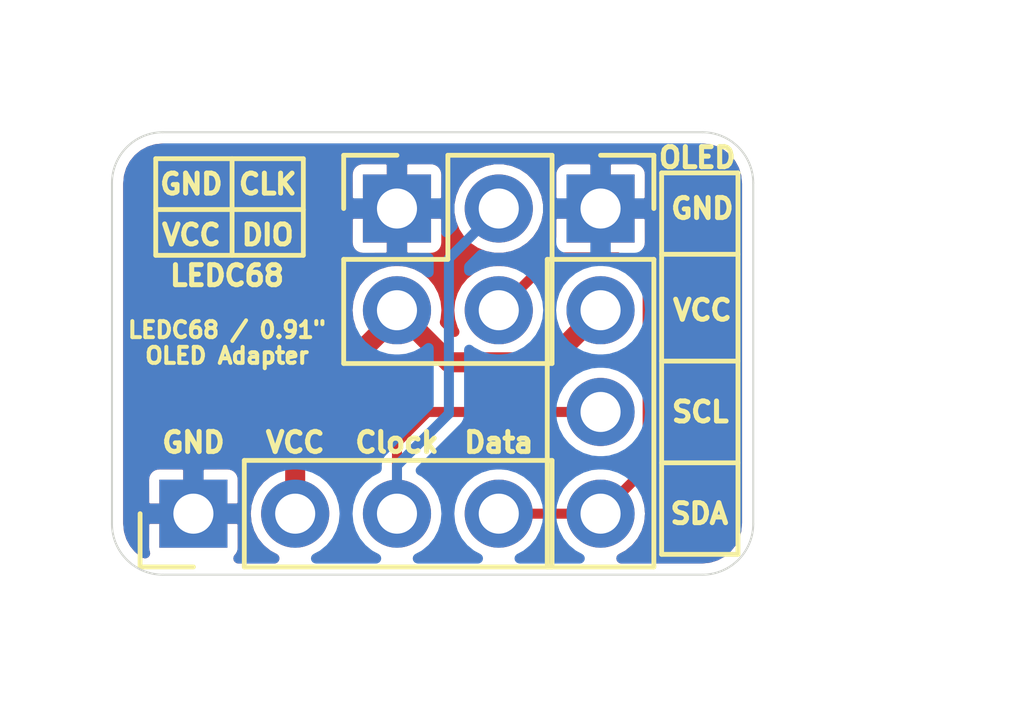
<source format=kicad_pcb>
(kicad_pcb (version 20171130) (host pcbnew "(5.1.2)-2")

  (general
    (thickness 1.6)
    (drawings 36)
    (tracks 22)
    (zones 0)
    (modules 3)
    (nets 5)
  )

  (page A4)
  (layers
    (0 F.Cu signal)
    (31 B.Cu signal)
    (32 B.Adhes user)
    (33 F.Adhes user)
    (34 B.Paste user)
    (35 F.Paste user)
    (36 B.SilkS user)
    (37 F.SilkS user)
    (38 B.Mask user)
    (39 F.Mask user)
    (40 Dwgs.User user)
    (41 Cmts.User user)
    (42 Eco1.User user)
    (43 Eco2.User user)
    (44 Edge.Cuts user)
    (45 Margin user)
    (46 B.CrtYd user)
    (47 F.CrtYd user)
    (48 B.Fab user)
    (49 F.Fab user hide)
  )

  (setup
    (last_trace_width 0.25)
    (trace_clearance 0.2)
    (zone_clearance 0.254)
    (zone_45_only no)
    (trace_min 0.2)
    (via_size 0.8)
    (via_drill 0.4)
    (via_min_size 0.4)
    (via_min_drill 0.3)
    (uvia_size 0.3)
    (uvia_drill 0.1)
    (uvias_allowed no)
    (uvia_min_size 0.2)
    (uvia_min_drill 0.1)
    (edge_width 0.05)
    (segment_width 0.2)
    (pcb_text_width 0.3)
    (pcb_text_size 1.5 1.5)
    (mod_edge_width 0.12)
    (mod_text_size 1 1)
    (mod_text_width 0.15)
    (pad_size 1.524 1.524)
    (pad_drill 0.762)
    (pad_to_mask_clearance 0.051)
    (solder_mask_min_width 0.25)
    (aux_axis_origin 0 0)
    (visible_elements 7FFFFFFF)
    (pcbplotparams
      (layerselection 0x010fc_ffffffff)
      (usegerberextensions false)
      (usegerberattributes false)
      (usegerberadvancedattributes false)
      (creategerberjobfile false)
      (excludeedgelayer true)
      (linewidth 0.100000)
      (plotframeref false)
      (viasonmask false)
      (mode 1)
      (useauxorigin false)
      (hpglpennumber 1)
      (hpglpenspeed 20)
      (hpglpendiameter 15.000000)
      (psnegative false)
      (psa4output false)
      (plotreference true)
      (plotvalue true)
      (plotinvisibletext false)
      (padsonsilk false)
      (subtractmaskfromsilk false)
      (outputformat 1)
      (mirror false)
      (drillshape 0)
      (scaleselection 1)
      (outputdirectory "gerber"))
  )

  (net 0 "")
  (net 1 GND)
  (net 2 /CLK)
  (net 3 /DIO)
  (net 4 VCC)

  (net_class Default "This is the default net class."
    (clearance 0.2)
    (trace_width 0.25)
    (via_dia 0.8)
    (via_drill 0.4)
    (uvia_dia 0.3)
    (uvia_drill 0.1)
    (add_net /CLK)
    (add_net /DIO)
    (add_net GND)
  )

  (net_class VCC ""
    (clearance 0.2)
    (trace_width 0.5)
    (via_dia 0.8)
    (via_drill 0.4)
    (uvia_dia 0.3)
    (uvia_drill 0.1)
    (add_net VCC)
  )

  (module Connector_PinSocket_2.54mm:PinSocket_2x02_P2.54mm_Vertical (layer F.Cu) (tedit 5FEB5726) (tstamp 5FEB7805)
    (at 83.82 30.48)
    (descr "Through hole straight socket strip, 2x02, 2.54mm pitch, double cols (from Kicad 4.0.7), script generated")
    (tags "Through hole socket strip THT 2x02 2.54mm double row")
    (path /5FECC46E)
    (fp_text reference J2 (at -2.667 2.921) (layer F.SilkS) hide
      (effects (font (size 1 1) (thickness 0.15)))
    )
    (fp_text value Conn_02x04_Odd_Even (at -1.27 5.31) (layer F.Fab)
      (effects (font (size 1 1) (thickness 0.15)))
    )
    (fp_text user %R (at 1.27 1.27 90) (layer F.Fab)
      (effects (font (size 1 1) (thickness 0.15)))
    )
    (fp_line (start -1.8 4.3) (end -1.8 -1.8) (layer F.CrtYd) (width 0.05))
    (fp_line (start 4.3 4.3) (end -1.8 4.3) (layer F.CrtYd) (width 0.05))
    (fp_line (start 4.3 -1.8) (end 4.3 4.3) (layer F.CrtYd) (width 0.05))
    (fp_line (start -1.8 -1.8) (end 4.3 -1.8) (layer F.CrtYd) (width 0.05))
    (fp_line (start -1.33 -1.33) (end 0 -1.33) (layer F.SilkS) (width 0.12))
    (fp_line (start -1.33 -1.33) (end -1.33 0) (layer F.SilkS) (width 0.12))
    (fp_line (start 1.27 -1.33) (end 1.27 1.27) (layer F.SilkS) (width 0.12))
    (fp_line (start -1.33 1.27) (end 1.27 1.27) (layer F.SilkS) (width 0.12))
    (fp_line (start 3.87 -1.33) (end 3.87 3.87) (layer F.SilkS) (width 0.12))
    (fp_line (start -1.33 3.87) (end 3.87 3.87) (layer F.SilkS) (width 0.12))
    (fp_line (start -1.33 1.27) (end -1.33 3.87) (layer F.SilkS) (width 0.12))
    (fp_line (start 1.27 -1.33) (end 3.87 -1.33) (layer F.SilkS) (width 0.12))
    (fp_line (start -1.27 3.81) (end -1.27 -0.254) (layer F.Fab) (width 0.1))
    (fp_line (start 3.81 3.81) (end -1.27 3.81) (layer F.Fab) (width 0.1))
    (fp_line (start 3.81 -1.27) (end 3.81 3.81) (layer F.Fab) (width 0.1))
    (fp_line (start -1.254 -0.27) (end -0.254 -1.27) (layer F.Fab) (width 0.1))
    (fp_line (start -0.254 -1.27) (end 3.81 -1.27) (layer F.Fab) (width 0.1))
    (pad 2 thru_hole oval (at 0 2.54) (size 1.7 1.7) (drill 1) (layers *.Cu *.Mask)
      (net 4 VCC))
    (pad 4 thru_hole oval (at 2.54 2.54) (size 1.7 1.7) (drill 1) (layers *.Cu *.Mask)
      (net 3 /DIO))
    (pad 1 thru_hole rect (at 0 0) (size 1.7 1.7) (drill 1) (layers *.Cu *.Mask)
      (net 1 GND))
    (pad 3 thru_hole circle (at 2.54 0) (size 1.7 1.7) (drill 1) (layers *.Cu *.Mask)
      (net 2 /CLK))
    (model ${KISYS3DMOD}/Connector_PinSocket_2.54mm.3dshapes/PinSocket_2x02_P2.54mm_Vertical.wrl
      (offset (xyz 2.5 0 0))
      (scale (xyz 1 1 1))
      (rotate (xyz 0 0 0))
    )
  )

  (module Connector_PinSocket_2.54mm:PinSocket_1x04_P2.54mm_Vertical (layer F.Cu) (tedit 5A19A429) (tstamp 5FEB77EB)
    (at 88.9 30.48)
    (descr "Through hole straight socket strip, 1x04, 2.54mm pitch, single row (from Kicad 4.0.7), script generated")
    (tags "Through hole socket strip THT 1x04 2.54mm single row")
    (path /5FE72F78)
    (fp_text reference J1 (at 0.127 -3.048) (layer F.SilkS) hide
      (effects (font (size 1 1) (thickness 0.15)))
    )
    (fp_text value Conn_01x04 (at 0 10.39) (layer F.Fab)
      (effects (font (size 1 1) (thickness 0.15)))
    )
    (fp_text user %R (at 0 3.81 90) (layer F.Fab)
      (effects (font (size 1 1) (thickness 0.15)))
    )
    (fp_line (start -1.8 9.4) (end -1.8 -1.8) (layer F.CrtYd) (width 0.05))
    (fp_line (start 1.75 9.4) (end -1.8 9.4) (layer F.CrtYd) (width 0.05))
    (fp_line (start 1.75 -1.8) (end 1.75 9.4) (layer F.CrtYd) (width 0.05))
    (fp_line (start -1.8 -1.8) (end 1.75 -1.8) (layer F.CrtYd) (width 0.05))
    (fp_line (start 0 -1.33) (end 1.33 -1.33) (layer F.SilkS) (width 0.12))
    (fp_line (start 1.33 -1.33) (end 1.33 0) (layer F.SilkS) (width 0.12))
    (fp_line (start 1.33 1.27) (end 1.33 8.95) (layer F.SilkS) (width 0.12))
    (fp_line (start -1.33 8.95) (end 1.33 8.95) (layer F.SilkS) (width 0.12))
    (fp_line (start -1.33 1.27) (end -1.33 8.95) (layer F.SilkS) (width 0.12))
    (fp_line (start -1.33 1.27) (end 1.33 1.27) (layer F.SilkS) (width 0.12))
    (fp_line (start -1.27 8.89) (end -1.27 -1.27) (layer F.Fab) (width 0.1))
    (fp_line (start 1.27 8.89) (end -1.27 8.89) (layer F.Fab) (width 0.1))
    (fp_line (start 1.27 -0.635) (end 1.27 8.89) (layer F.Fab) (width 0.1))
    (fp_line (start 0.635 -1.27) (end 1.27 -0.635) (layer F.Fab) (width 0.1))
    (fp_line (start -1.27 -1.27) (end 0.635 -1.27) (layer F.Fab) (width 0.1))
    (pad 4 thru_hole oval (at 0 7.62) (size 1.7 1.7) (drill 1) (layers *.Cu *.Mask)
      (net 3 /DIO))
    (pad 3 thru_hole oval (at 0 5.08) (size 1.7 1.7) (drill 1) (layers *.Cu *.Mask)
      (net 2 /CLK))
    (pad 2 thru_hole oval (at 0 2.54) (size 1.7 1.7) (drill 1) (layers *.Cu *.Mask)
      (net 4 VCC))
    (pad 1 thru_hole rect (at 0 0) (size 1.7 1.7) (drill 1) (layers *.Cu *.Mask)
      (net 1 GND))
    (model ${KISYS3DMOD}/Connector_PinSocket_2.54mm.3dshapes/PinSocket_1x04_P2.54mm_Vertical.wrl
      (at (xyz 0 0 0))
      (scale (xyz 1 1 1))
      (rotate (xyz 0 0 0))
    )
    (model ${KISYS3DMOD}/oled-0-91-128x32-1.snapshot.1/OLED_0.91_128x32.stp
      (offset (xyz -17.5 -4 9.5))
      (scale (xyz 1 1 1))
      (rotate (xyz 0 0 180))
    )
  )

  (module Connector_PinHeader_2.54mm:PinHeader_1x04_P2.54mm_Vertical (layer F.Cu) (tedit 59FED5CC) (tstamp 5FEB0863)
    (at 78.74 38.1 90)
    (descr "Through hole straight pin header, 1x04, 2.54mm pitch, single row")
    (tags "Through hole pin header THT 1x04 2.54mm single row")
    (path /5FEB5A9C)
    (fp_text reference J3 (at 2.921 0.127 180) (layer F.SilkS) hide
      (effects (font (size 1 1) (thickness 0.15)))
    )
    (fp_text value Conn_01x04_Male (at 0 9.95 90) (layer F.Fab)
      (effects (font (size 1 1) (thickness 0.15)))
    )
    (fp_text user %R (at 0 3.81) (layer F.Fab)
      (effects (font (size 1 1) (thickness 0.15)))
    )
    (fp_line (start 1.8 -1.8) (end -1.8 -1.8) (layer F.CrtYd) (width 0.05))
    (fp_line (start 1.8 9.4) (end 1.8 -1.8) (layer F.CrtYd) (width 0.05))
    (fp_line (start -1.8 9.4) (end 1.8 9.4) (layer F.CrtYd) (width 0.05))
    (fp_line (start -1.8 -1.8) (end -1.8 9.4) (layer F.CrtYd) (width 0.05))
    (fp_line (start -1.33 -1.33) (end 0 -1.33) (layer F.SilkS) (width 0.12))
    (fp_line (start -1.33 0) (end -1.33 -1.33) (layer F.SilkS) (width 0.12))
    (fp_line (start -1.33 1.27) (end 1.33 1.27) (layer F.SilkS) (width 0.12))
    (fp_line (start 1.33 1.27) (end 1.33 8.95) (layer F.SilkS) (width 0.12))
    (fp_line (start -1.33 1.27) (end -1.33 8.95) (layer F.SilkS) (width 0.12))
    (fp_line (start -1.33 8.95) (end 1.33 8.95) (layer F.SilkS) (width 0.12))
    (fp_line (start -1.27 -0.635) (end -0.635 -1.27) (layer F.Fab) (width 0.1))
    (fp_line (start -1.27 8.89) (end -1.27 -0.635) (layer F.Fab) (width 0.1))
    (fp_line (start 1.27 8.89) (end -1.27 8.89) (layer F.Fab) (width 0.1))
    (fp_line (start 1.27 -1.27) (end 1.27 8.89) (layer F.Fab) (width 0.1))
    (fp_line (start -0.635 -1.27) (end 1.27 -1.27) (layer F.Fab) (width 0.1))
    (pad 4 thru_hole oval (at 0 7.62 90) (size 1.7 1.7) (drill 1) (layers *.Cu *.Mask)
      (net 3 /DIO))
    (pad 3 thru_hole oval (at 0 5.08 90) (size 1.7 1.7) (drill 1) (layers *.Cu *.Mask)
      (net 2 /CLK))
    (pad 2 thru_hole oval (at 0 2.54 90) (size 1.7 1.7) (drill 1) (layers *.Cu *.Mask)
      (net 4 VCC))
    (pad 1 thru_hole rect (at 0 0 90) (size 1.7 1.7) (drill 1) (layers *.Cu *.Mask)
      (net 1 GND))
    (model ${KISYS3DMOD}/Connector_PinHeader_2.54mm.3dshapes/PinHeader_1x04_P2.54mm_Horizontal.wrl
      (offset (xyz 0 -7.5 0))
      (scale (xyz 1 1 1))
      (rotate (xyz 0 0 180))
    )
  )

  (gr_line (start 90.424 36.83) (end 92.329 36.83) (layer F.SilkS) (width 0.12))
  (gr_line (start 90.424 34.29) (end 92.329 34.29) (layer F.SilkS) (width 0.12))
  (gr_line (start 90.424 31.623) (end 92.329 31.623) (layer F.SilkS) (width 0.12))
  (gr_line (start 90.424 39.116) (end 90.424 29.591) (layer F.SilkS) (width 0.12) (tstamp 5FEB830F))
  (gr_line (start 92.329 39.116) (end 90.424 39.116) (layer F.SilkS) (width 0.12))
  (gr_line (start 92.329 29.591) (end 92.329 39.116) (layer F.SilkS) (width 0.12))
  (gr_line (start 90.424 29.591) (end 92.329 29.591) (layer F.SilkS) (width 0.12))
  (gr_text OLED (at 91.313 29.21) (layer F.SilkS) (tstamp 5FEB8309)
    (effects (font (size 0.5 0.5) (thickness 0.125)))
  )
  (gr_text LEDC68 (at 79.5782 32.1564) (layer F.SilkS) (tstamp 5FEB8303)
    (effects (font (size 0.5 0.5) (thickness 0.125)))
  )
  (gr_line (start 81.4832 29.2354) (end 77.8002 29.2354) (layer F.SilkS) (width 0.12) (tstamp 5FEB828D))
  (gr_line (start 81.4832 31.6484) (end 81.4832 29.2354) (layer F.SilkS) (width 0.12))
  (gr_line (start 77.8002 31.6484) (end 81.4832 31.6484) (layer F.SilkS) (width 0.12))
  (gr_line (start 77.8002 29.2354) (end 77.8002 31.6484) (layer F.SilkS) (width 0.12))
  (gr_line (start 77.8002 30.5054) (end 81.4832 30.5054) (layer F.SilkS) (width 0.12))
  (gr_line (start 79.7052 29.2354) (end 79.7052 31.6484) (layer F.SilkS) (width 0.12))
  (gr_text Data (at 86.36 36.322) (layer F.SilkS) (tstamp 5FEB8266)
    (effects (font (size 0.5 0.5) (thickness 0.125)))
  )
  (gr_text Clock (at 83.82 36.322) (layer F.SilkS) (tstamp 5FEB8262)
    (effects (font (size 0.5 0.5) (thickness 0.125)))
  )
  (gr_text GND (at 78.74 36.322) (layer F.SilkS) (tstamp 5FEB825F)
    (effects (font (size 0.5 0.5) (thickness 0.125)))
  )
  (gr_text VCC (at 81.28 36.322) (layer F.SilkS) (tstamp 5FEB825C)
    (effects (font (size 0.5 0.5) (thickness 0.125)))
  )
  (gr_text VCC (at 91.44 33.02) (layer F.SilkS) (tstamp 5FEB80FB)
    (effects (font (size 0.5 0.5) (thickness 0.125)))
  )
  (gr_text GND (at 91.44 30.48) (layer F.SilkS) (tstamp 5FEB80F6)
    (effects (font (size 0.5 0.5) (thickness 0.125)))
  )
  (gr_text "LEDC68 / 0.91\"\nOLED Adapter" (at 79.5782 33.8328) (layer F.SilkS) (tstamp 5FEB75D4)
    (effects (font (size 0.4 0.4) (thickness 0.1)))
  )
  (gr_arc (start 77.978 38.354) (end 76.708 38.354) (angle -90) (layer Edge.Cuts) (width 0.05) (tstamp 5FEB742A))
  (gr_arc (start 91.44 38.354) (end 91.44 39.624) (angle -90) (layer Edge.Cuts) (width 0.05) (tstamp 5FEB741F))
  (gr_arc (start 91.44 29.845) (end 92.71 29.845) (angle -90) (layer Edge.Cuts) (width 0.05) (tstamp 5FEB7414))
  (gr_arc (start 77.978 29.845) (end 77.978 28.575) (angle -90) (layer Edge.Cuts) (width 0.05))
  (gr_text DIO (at 80.5942 31.1404) (layer F.SilkS) (tstamp 5FEB025D)
    (effects (font (size 0.5 0.5) (thickness 0.125)))
  )
  (gr_text CLK (at 80.5942 29.8704) (layer F.SilkS) (tstamp 5FEB0259)
    (effects (font (size 0.5 0.5) (thickness 0.125)))
  )
  (gr_text SDA (at 91.3638 38.1) (layer F.SilkS) (tstamp 5FEB0254)
    (effects (font (size 0.5 0.5) (thickness 0.125)))
  )
  (gr_text SCL (at 91.3892 35.56) (layer F.SilkS) (tstamp 5FEB0238)
    (effects (font (size 0.5 0.5) (thickness 0.125)))
  )
  (gr_text VCC (at 78.6892 31.1404) (layer F.SilkS) (tstamp 5FEB0235)
    (effects (font (size 0.5 0.5) (thickness 0.125)))
  )
  (gr_text GND (at 78.6892 29.8704) (layer F.SilkS)
    (effects (font (size 0.5 0.5) (thickness 0.125)))
  )
  (gr_line (start 77.978 39.624) (end 91.44 39.624) (layer Edge.Cuts) (width 0.05) (tstamp 5FEB0087))
  (gr_line (start 91.44 28.575) (end 77.978 28.575) (layer Edge.Cuts) (width 0.05) (tstamp 5FE275DB))
  (gr_line (start 92.71 38.354) (end 92.71 29.845) (layer Edge.Cuts) (width 0.05))
  (gr_line (start 76.708 29.845) (end 76.708 38.354) (layer Edge.Cuts) (width 0.05))

  (segment (start 83.82 36.322) (end 83.82 38.1) (width 0.25) (layer F.Cu) (net 2))
  (segment (start 88.9 35.56) (end 84.582 35.56) (width 0.25) (layer F.Cu) (net 2))
  (segment (start 84.582 35.56) (end 83.82 36.322) (width 0.25) (layer F.Cu) (net 2))
  (segment (start 85.510001 31.329999) (end 86.36 30.48) (width 0.25) (layer B.Cu) (net 2))
  (segment (start 85.1154 31.7246) (end 85.510001 31.329999) (width 0.25) (layer B.Cu) (net 2))
  (segment (start 85.1154 35.602519) (end 85.1154 31.7246) (width 0.25) (layer B.Cu) (net 2))
  (segment (start 83.82 38.1) (end 83.82 36.897919) (width 0.25) (layer B.Cu) (net 2))
  (segment (start 83.82 36.897919) (end 85.1154 35.602519) (width 0.25) (layer B.Cu) (net 2))
  (segment (start 87.697919 38.1) (end 86.36 38.1) (width 0.25) (layer F.Cu) (net 3))
  (segment (start 88.9 38.1) (end 87.697919 38.1) (width 0.25) (layer F.Cu) (net 3))
  (segment (start 87.209999 32.170001) (end 86.36 33.02) (width 0.25) (layer F.Cu) (net 3))
  (segment (start 87.6808 31.6992) (end 87.209999 32.170001) (width 0.25) (layer F.Cu) (net 3))
  (segment (start 89.318202 31.6992) (end 87.6808 31.6992) (width 0.25) (layer F.Cu) (net 3))
  (segment (start 90.075001 32.455999) (end 89.318202 31.6992) (width 0.25) (layer F.Cu) (net 3))
  (segment (start 88.9 38.1) (end 90.075001 36.924999) (width 0.25) (layer F.Cu) (net 3))
  (segment (start 90.075001 36.924999) (end 90.075001 32.455999) (width 0.25) (layer F.Cu) (net 3))
  (segment (start 81.28 35.687) (end 81.28 38.1) (width 0.5) (layer F.Cu) (net 4))
  (segment (start 83.947 33.02) (end 81.28 35.687) (width 0.5) (layer F.Cu) (net 4))
  (segment (start 88.050001 33.869999) (end 88.9 33.02) (width 0.5) (layer F.Cu) (net 4))
  (segment (start 83.82 33.02) (end 85.120001 34.320001) (width 0.5) (layer F.Cu) (net 4))
  (segment (start 85.120001 34.320001) (end 87.599999 34.320001) (width 0.5) (layer F.Cu) (net 4))
  (segment (start 87.599999 34.320001) (end 88.050001 33.869999) (width 0.5) (layer F.Cu) (net 4))

  (zone (net 1) (net_name GND) (layer F.Cu) (tstamp 5FEB5D4C) (hatch edge 0.508)
    (connect_pads (clearance 0.254))
    (min_thickness 0.254)
    (fill yes (arc_segments 32) (thermal_gap 0.254) (thermal_bridge_width 0.508))
    (polygon
      (pts
        (xy 75.184 26.9875) (xy 97.4725 26.8605) (xy 97.50425 41.402) (xy 75.21575 41.529)
      )
    )
    (filled_polygon
      (pts
        (xy 91.607441 28.999364) (xy 91.768501 29.047992) (xy 91.917054 29.126979) (xy 92.04743 29.23331) (xy 92.154674 29.362946)
        (xy 92.234695 29.510942) (xy 92.284446 29.671661) (xy 92.304001 29.857716) (xy 92.304 38.334146) (xy 92.285636 38.521441)
        (xy 92.237008 38.682503) (xy 92.158023 38.831051) (xy 92.051689 38.96143) (xy 91.922054 39.068674) (xy 91.774058 39.148695)
        (xy 91.613339 39.198446) (xy 91.427293 39.218) (xy 89.419757 39.218) (xy 89.587216 39.128491) (xy 89.77466 38.97466)
        (xy 89.928491 38.787216) (xy 90.042798 38.573363) (xy 90.113188 38.341318) (xy 90.136956 38.1) (xy 90.113188 37.858682)
        (xy 90.053541 37.662051) (xy 90.415221 37.300371) (xy 90.434528 37.284526) (xy 90.49776 37.207478) (xy 90.544746 37.119574)
        (xy 90.573679 37.024192) (xy 90.581001 36.949853) (xy 90.581001 36.949846) (xy 90.583448 36.925) (xy 90.581001 36.900154)
        (xy 90.581001 32.480844) (xy 90.583448 32.455998) (xy 90.581001 32.431152) (xy 90.581001 32.431145) (xy 90.573679 32.356806)
        (xy 90.544746 32.261424) (xy 90.49776 32.17352) (xy 90.434528 32.096472) (xy 90.415221 32.080627) (xy 89.973801 31.639208)
        (xy 90.020711 31.600711) (xy 90.068322 31.542696) (xy 90.103701 31.476508) (xy 90.125487 31.404689) (xy 90.132843 31.33)
        (xy 90.131 30.70225) (xy 90.03575 30.607) (xy 89.027 30.607) (xy 89.027 30.627) (xy 88.773 30.627)
        (xy 88.773 30.607) (xy 87.76425 30.607) (xy 87.669 30.70225) (xy 87.667562 31.192057) (xy 87.655953 31.1932)
        (xy 87.655946 31.1932) (xy 87.591494 31.199548) (xy 87.581606 31.200522) (xy 87.486225 31.229455) (xy 87.398321 31.276441)
        (xy 87.321273 31.339673) (xy 87.305428 31.35898) (xy 86.869782 31.794627) (xy 86.869777 31.794631) (xy 86.797949 31.866459)
        (xy 86.601318 31.806812) (xy 86.420472 31.789) (xy 86.299528 31.789) (xy 86.118682 31.806812) (xy 85.886637 31.877202)
        (xy 85.672784 31.991509) (xy 85.48534 32.14534) (xy 85.331509 32.332784) (xy 85.217202 32.546637) (xy 85.146812 32.778682)
        (xy 85.123044 33.02) (xy 85.146812 33.261318) (xy 85.217202 33.493363) (xy 85.253339 33.56097) (xy 85.014685 33.322316)
        (xy 85.033188 33.261318) (xy 85.056956 33.02) (xy 85.033188 32.778682) (xy 84.962798 32.546637) (xy 84.848491 32.332784)
        (xy 84.69466 32.14534) (xy 84.507216 31.991509) (xy 84.293363 31.877202) (xy 84.061318 31.806812) (xy 83.880472 31.789)
        (xy 83.759528 31.789) (xy 83.578682 31.806812) (xy 83.346637 31.877202) (xy 83.132784 31.991509) (xy 82.94534 32.14534)
        (xy 82.791509 32.332784) (xy 82.677202 32.546637) (xy 82.606812 32.778682) (xy 82.583044 33.02) (xy 82.606812 33.261318)
        (xy 82.654874 33.419757) (xy 80.855737 35.218895) (xy 80.831657 35.238657) (xy 80.752804 35.33474) (xy 80.694211 35.444359)
        (xy 80.65813 35.563303) (xy 80.649 35.656003) (xy 80.649 35.65601) (xy 80.645948 35.687) (xy 80.649 35.717991)
        (xy 80.649001 37.041461) (xy 80.592784 37.071509) (xy 80.40534 37.22534) (xy 80.251509 37.412784) (xy 80.137202 37.626637)
        (xy 80.066812 37.858682) (xy 80.043044 38.1) (xy 80.066812 38.341318) (xy 80.137202 38.573363) (xy 80.251509 38.787216)
        (xy 80.40534 38.97466) (xy 80.592784 39.128491) (xy 80.760243 39.218) (xy 79.862936 39.218) (xy 79.908322 39.162696)
        (xy 79.943701 39.096508) (xy 79.965487 39.024689) (xy 79.972843 38.95) (xy 79.971 38.32225) (xy 79.87575 38.227)
        (xy 78.867 38.227) (xy 78.867 38.247) (xy 78.613 38.247) (xy 78.613 38.227) (xy 77.60425 38.227)
        (xy 77.509 38.32225) (xy 77.507157 38.95) (xy 77.514513 39.024689) (xy 77.534241 39.089725) (xy 77.500949 39.072023)
        (xy 77.37057 38.965689) (xy 77.263326 38.836054) (xy 77.183305 38.688058) (xy 77.133554 38.527339) (xy 77.114 38.341293)
        (xy 77.114 37.25) (xy 77.507157 37.25) (xy 77.509 37.87775) (xy 77.60425 37.973) (xy 78.613 37.973)
        (xy 78.613 36.96425) (xy 78.867 36.96425) (xy 78.867 37.973) (xy 79.87575 37.973) (xy 79.971 37.87775)
        (xy 79.972843 37.25) (xy 79.965487 37.175311) (xy 79.943701 37.103492) (xy 79.908322 37.037304) (xy 79.860711 36.979289)
        (xy 79.802696 36.931678) (xy 79.736508 36.896299) (xy 79.664689 36.874513) (xy 79.59 36.867157) (xy 78.96225 36.869)
        (xy 78.867 36.96425) (xy 78.613 36.96425) (xy 78.51775 36.869) (xy 77.89 36.867157) (xy 77.815311 36.874513)
        (xy 77.743492 36.896299) (xy 77.677304 36.931678) (xy 77.619289 36.979289) (xy 77.571678 37.037304) (xy 77.536299 37.103492)
        (xy 77.514513 37.175311) (xy 77.507157 37.25) (xy 77.114 37.25) (xy 77.114 31.33) (xy 82.587157 31.33)
        (xy 82.594513 31.404689) (xy 82.616299 31.476508) (xy 82.651678 31.542696) (xy 82.699289 31.600711) (xy 82.757304 31.648322)
        (xy 82.823492 31.683701) (xy 82.895311 31.705487) (xy 82.97 31.712843) (xy 83.59775 31.711) (xy 83.693 31.61575)
        (xy 83.693 30.607) (xy 83.947 30.607) (xy 83.947 31.61575) (xy 84.04225 31.711) (xy 84.67 31.712843)
        (xy 84.744689 31.705487) (xy 84.816508 31.683701) (xy 84.882696 31.648322) (xy 84.940711 31.600711) (xy 84.988322 31.542696)
        (xy 85.023701 31.476508) (xy 85.045487 31.404689) (xy 85.052843 31.33) (xy 85.051 30.70225) (xy 84.95575 30.607)
        (xy 83.947 30.607) (xy 83.693 30.607) (xy 82.68425 30.607) (xy 82.589 30.70225) (xy 82.587157 31.33)
        (xy 77.114 31.33) (xy 77.114 30.358757) (xy 85.129 30.358757) (xy 85.129 30.601243) (xy 85.176307 30.839069)
        (xy 85.269102 31.063097) (xy 85.40382 31.264717) (xy 85.575283 31.43618) (xy 85.776903 31.570898) (xy 86.000931 31.663693)
        (xy 86.238757 31.711) (xy 86.481243 31.711) (xy 86.719069 31.663693) (xy 86.943097 31.570898) (xy 87.144717 31.43618)
        (xy 87.31618 31.264717) (xy 87.450898 31.063097) (xy 87.543693 30.839069) (xy 87.591 30.601243) (xy 87.591 30.358757)
        (xy 87.543693 30.120931) (xy 87.450898 29.896903) (xy 87.31618 29.695283) (xy 87.250897 29.63) (xy 87.667157 29.63)
        (xy 87.669 30.25775) (xy 87.76425 30.353) (xy 88.773 30.353) (xy 88.773 29.34425) (xy 89.027 29.34425)
        (xy 89.027 30.353) (xy 90.03575 30.353) (xy 90.131 30.25775) (xy 90.132843 29.63) (xy 90.125487 29.555311)
        (xy 90.103701 29.483492) (xy 90.068322 29.417304) (xy 90.020711 29.359289) (xy 89.962696 29.311678) (xy 89.896508 29.276299)
        (xy 89.824689 29.254513) (xy 89.75 29.247157) (xy 89.12225 29.249) (xy 89.027 29.34425) (xy 88.773 29.34425)
        (xy 88.67775 29.249) (xy 88.05 29.247157) (xy 87.975311 29.254513) (xy 87.903492 29.276299) (xy 87.837304 29.311678)
        (xy 87.779289 29.359289) (xy 87.731678 29.417304) (xy 87.696299 29.483492) (xy 87.674513 29.555311) (xy 87.667157 29.63)
        (xy 87.250897 29.63) (xy 87.144717 29.52382) (xy 86.943097 29.389102) (xy 86.719069 29.296307) (xy 86.481243 29.249)
        (xy 86.238757 29.249) (xy 86.000931 29.296307) (xy 85.776903 29.389102) (xy 85.575283 29.52382) (xy 85.40382 29.695283)
        (xy 85.269102 29.896903) (xy 85.176307 30.120931) (xy 85.129 30.358757) (xy 77.114 30.358757) (xy 77.114 29.864854)
        (xy 77.132364 29.677559) (xy 77.146723 29.63) (xy 82.587157 29.63) (xy 82.589 30.25775) (xy 82.68425 30.353)
        (xy 83.693 30.353) (xy 83.693 29.34425) (xy 83.947 29.34425) (xy 83.947 30.353) (xy 84.95575 30.353)
        (xy 85.051 30.25775) (xy 85.052843 29.63) (xy 85.045487 29.555311) (xy 85.023701 29.483492) (xy 84.988322 29.417304)
        (xy 84.940711 29.359289) (xy 84.882696 29.311678) (xy 84.816508 29.276299) (xy 84.744689 29.254513) (xy 84.67 29.247157)
        (xy 84.04225 29.249) (xy 83.947 29.34425) (xy 83.693 29.34425) (xy 83.59775 29.249) (xy 82.97 29.247157)
        (xy 82.895311 29.254513) (xy 82.823492 29.276299) (xy 82.757304 29.311678) (xy 82.699289 29.359289) (xy 82.651678 29.417304)
        (xy 82.616299 29.483492) (xy 82.594513 29.555311) (xy 82.587157 29.63) (xy 77.146723 29.63) (xy 77.180992 29.516499)
        (xy 77.259979 29.367946) (xy 77.36631 29.23757) (xy 77.495946 29.130326) (xy 77.643942 29.050305) (xy 77.804661 29.000554)
        (xy 77.990707 28.981) (xy 91.420146 28.981)
      )
    )
  )
  (zone (net 1) (net_name GND) (layer B.Cu) (tstamp 5FEB5D49) (hatch edge 0.508)
    (connect_pads (clearance 0.254))
    (min_thickness 0.254)
    (fill yes (arc_segments 32) (thermal_gap 0.254) (thermal_bridge_width 0.508))
    (polygon
      (pts
        (xy 73.914 25.654) (xy 99.314 25.273) (xy 99.47275 42.926) (xy 74.07275 43.307)
      )
    )
    (filled_polygon
      (pts
        (xy 91.607441 28.999364) (xy 91.768501 29.047992) (xy 91.917054 29.126979) (xy 92.04743 29.23331) (xy 92.154674 29.362946)
        (xy 92.234695 29.510942) (xy 92.284446 29.671661) (xy 92.304001 29.857716) (xy 92.304 38.334146) (xy 92.285636 38.521441)
        (xy 92.237008 38.682503) (xy 92.158023 38.831051) (xy 92.051689 38.96143) (xy 91.922054 39.068674) (xy 91.774058 39.148695)
        (xy 91.613339 39.198446) (xy 91.427293 39.218) (xy 89.419757 39.218) (xy 89.587216 39.128491) (xy 89.77466 38.97466)
        (xy 89.928491 38.787216) (xy 90.042798 38.573363) (xy 90.113188 38.341318) (xy 90.136956 38.1) (xy 90.113188 37.858682)
        (xy 90.042798 37.626637) (xy 89.928491 37.412784) (xy 89.77466 37.22534) (xy 89.587216 37.071509) (xy 89.373363 36.957202)
        (xy 89.141318 36.886812) (xy 88.960472 36.869) (xy 88.839528 36.869) (xy 88.658682 36.886812) (xy 88.426637 36.957202)
        (xy 88.212784 37.071509) (xy 88.02534 37.22534) (xy 87.871509 37.412784) (xy 87.757202 37.626637) (xy 87.686812 37.858682)
        (xy 87.663044 38.1) (xy 87.686812 38.341318) (xy 87.757202 38.573363) (xy 87.871509 38.787216) (xy 88.02534 38.97466)
        (xy 88.212784 39.128491) (xy 88.380243 39.218) (xy 86.879757 39.218) (xy 87.047216 39.128491) (xy 87.23466 38.97466)
        (xy 87.388491 38.787216) (xy 87.502798 38.573363) (xy 87.573188 38.341318) (xy 87.596956 38.1) (xy 87.573188 37.858682)
        (xy 87.502798 37.626637) (xy 87.388491 37.412784) (xy 87.23466 37.22534) (xy 87.047216 37.071509) (xy 86.833363 36.957202)
        (xy 86.601318 36.886812) (xy 86.420472 36.869) (xy 86.299528 36.869) (xy 86.118682 36.886812) (xy 85.886637 36.957202)
        (xy 85.672784 37.071509) (xy 85.48534 37.22534) (xy 85.331509 37.412784) (xy 85.217202 37.626637) (xy 85.146812 37.858682)
        (xy 85.123044 38.1) (xy 85.146812 38.341318) (xy 85.217202 38.573363) (xy 85.331509 38.787216) (xy 85.48534 38.97466)
        (xy 85.672784 39.128491) (xy 85.840243 39.218) (xy 84.339757 39.218) (xy 84.507216 39.128491) (xy 84.69466 38.97466)
        (xy 84.848491 38.787216) (xy 84.962798 38.573363) (xy 85.033188 38.341318) (xy 85.056956 38.1) (xy 85.033188 37.858682)
        (xy 84.962798 37.626637) (xy 84.848491 37.412784) (xy 84.69466 37.22534) (xy 84.507216 37.071509) (xy 84.412583 37.020927)
        (xy 85.45562 35.977891) (xy 85.474927 35.962046) (xy 85.538159 35.884998) (xy 85.585145 35.797094) (xy 85.614078 35.701712)
        (xy 85.6214 35.627373) (xy 85.6214 35.627366) (xy 85.623847 35.60252) (xy 85.6214 35.577674) (xy 85.6214 35.56)
        (xy 87.663044 35.56) (xy 87.686812 35.801318) (xy 87.757202 36.033363) (xy 87.871509 36.247216) (xy 88.02534 36.43466)
        (xy 88.212784 36.588491) (xy 88.426637 36.702798) (xy 88.658682 36.773188) (xy 88.839528 36.791) (xy 88.960472 36.791)
        (xy 89.141318 36.773188) (xy 89.373363 36.702798) (xy 89.587216 36.588491) (xy 89.77466 36.43466) (xy 89.928491 36.247216)
        (xy 90.042798 36.033363) (xy 90.113188 35.801318) (xy 90.136956 35.56) (xy 90.113188 35.318682) (xy 90.042798 35.086637)
        (xy 89.928491 34.872784) (xy 89.77466 34.68534) (xy 89.587216 34.531509) (xy 89.373363 34.417202) (xy 89.141318 34.346812)
        (xy 88.960472 34.329) (xy 88.839528 34.329) (xy 88.658682 34.346812) (xy 88.426637 34.417202) (xy 88.212784 34.531509)
        (xy 88.02534 34.68534) (xy 87.871509 34.872784) (xy 87.757202 35.086637) (xy 87.686812 35.318682) (xy 87.663044 35.56)
        (xy 85.6214 35.56) (xy 85.6214 34.006321) (xy 85.672784 34.048491) (xy 85.886637 34.162798) (xy 86.118682 34.233188)
        (xy 86.299528 34.251) (xy 86.420472 34.251) (xy 86.601318 34.233188) (xy 86.833363 34.162798) (xy 87.047216 34.048491)
        (xy 87.23466 33.89466) (xy 87.388491 33.707216) (xy 87.502798 33.493363) (xy 87.573188 33.261318) (xy 87.596956 33.02)
        (xy 87.663044 33.02) (xy 87.686812 33.261318) (xy 87.757202 33.493363) (xy 87.871509 33.707216) (xy 88.02534 33.89466)
        (xy 88.212784 34.048491) (xy 88.426637 34.162798) (xy 88.658682 34.233188) (xy 88.839528 34.251) (xy 88.960472 34.251)
        (xy 89.141318 34.233188) (xy 89.373363 34.162798) (xy 89.587216 34.048491) (xy 89.77466 33.89466) (xy 89.928491 33.707216)
        (xy 90.042798 33.493363) (xy 90.113188 33.261318) (xy 90.136956 33.02) (xy 90.113188 32.778682) (xy 90.042798 32.546637)
        (xy 89.928491 32.332784) (xy 89.77466 32.14534) (xy 89.587216 31.991509) (xy 89.373363 31.877202) (xy 89.141318 31.806812)
        (xy 88.960472 31.789) (xy 88.839528 31.789) (xy 88.658682 31.806812) (xy 88.426637 31.877202) (xy 88.212784 31.991509)
        (xy 88.02534 32.14534) (xy 87.871509 32.332784) (xy 87.757202 32.546637) (xy 87.686812 32.778682) (xy 87.663044 33.02)
        (xy 87.596956 33.02) (xy 87.573188 32.778682) (xy 87.502798 32.546637) (xy 87.388491 32.332784) (xy 87.23466 32.14534)
        (xy 87.047216 31.991509) (xy 86.833363 31.877202) (xy 86.601318 31.806812) (xy 86.420472 31.789) (xy 86.299528 31.789)
        (xy 86.118682 31.806812) (xy 85.886637 31.877202) (xy 85.672784 31.991509) (xy 85.6214 32.033679) (xy 85.6214 31.934191)
        (xy 85.885371 31.670221) (xy 85.885375 31.670216) (xy 85.923833 31.631758) (xy 86.000931 31.663693) (xy 86.238757 31.711)
        (xy 86.481243 31.711) (xy 86.719069 31.663693) (xy 86.943097 31.570898) (xy 87.144717 31.43618) (xy 87.250897 31.33)
        (xy 87.667157 31.33) (xy 87.674513 31.404689) (xy 87.696299 31.476508) (xy 87.731678 31.542696) (xy 87.779289 31.600711)
        (xy 87.837304 31.648322) (xy 87.903492 31.683701) (xy 87.975311 31.705487) (xy 88.05 31.712843) (xy 88.67775 31.711)
        (xy 88.773 31.61575) (xy 88.773 30.607) (xy 89.027 30.607) (xy 89.027 31.61575) (xy 89.12225 31.711)
        (xy 89.75 31.712843) (xy 89.824689 31.705487) (xy 89.896508 31.683701) (xy 89.962696 31.648322) (xy 90.020711 31.600711)
        (xy 90.068322 31.542696) (xy 90.103701 31.476508) (xy 90.125487 31.404689) (xy 90.132843 31.33) (xy 90.131 30.70225)
        (xy 90.03575 30.607) (xy 89.027 30.607) (xy 88.773 30.607) (xy 87.76425 30.607) (xy 87.669 30.70225)
        (xy 87.667157 31.33) (xy 87.250897 31.33) (xy 87.31618 31.264717) (xy 87.450898 31.063097) (xy 87.543693 30.839069)
        (xy 87.591 30.601243) (xy 87.591 30.358757) (xy 87.543693 30.120931) (xy 87.450898 29.896903) (xy 87.31618 29.695283)
        (xy 87.250897 29.63) (xy 87.667157 29.63) (xy 87.669 30.25775) (xy 87.76425 30.353) (xy 88.773 30.353)
        (xy 88.773 29.34425) (xy 89.027 29.34425) (xy 89.027 30.353) (xy 90.03575 30.353) (xy 90.131 30.25775)
        (xy 90.132843 29.63) (xy 90.125487 29.555311) (xy 90.103701 29.483492) (xy 90.068322 29.417304) (xy 90.020711 29.359289)
        (xy 89.962696 29.311678) (xy 89.896508 29.276299) (xy 89.824689 29.254513) (xy 89.75 29.247157) (xy 89.12225 29.249)
        (xy 89.027 29.34425) (xy 88.773 29.34425) (xy 88.67775 29.249) (xy 88.05 29.247157) (xy 87.975311 29.254513)
        (xy 87.903492 29.276299) (xy 87.837304 29.311678) (xy 87.779289 29.359289) (xy 87.731678 29.417304) (xy 87.696299 29.483492)
        (xy 87.674513 29.555311) (xy 87.667157 29.63) (xy 87.250897 29.63) (xy 87.144717 29.52382) (xy 86.943097 29.389102)
        (xy 86.719069 29.296307) (xy 86.481243 29.249) (xy 86.238757 29.249) (xy 86.000931 29.296307) (xy 85.776903 29.389102)
        (xy 85.575283 29.52382) (xy 85.40382 29.695283) (xy 85.269102 29.896903) (xy 85.176307 30.120931) (xy 85.129 30.358757)
        (xy 85.129 30.601243) (xy 85.176307 30.839069) (xy 85.208242 30.916167) (xy 85.169784 30.954625) (xy 85.169779 30.954629)
        (xy 85.052086 31.072322) (xy 85.051 30.70225) (xy 84.95575 30.607) (xy 83.947 30.607) (xy 83.947 31.61575)
        (xy 84.04225 31.711) (xy 84.608129 31.712661) (xy 84.606953 31.7246) (xy 84.609401 31.749456) (xy 84.609401 32.07537)
        (xy 84.507216 31.991509) (xy 84.293363 31.877202) (xy 84.061318 31.806812) (xy 83.880472 31.789) (xy 83.759528 31.789)
        (xy 83.578682 31.806812) (xy 83.346637 31.877202) (xy 83.132784 31.991509) (xy 82.94534 32.14534) (xy 82.791509 32.332784)
        (xy 82.677202 32.546637) (xy 82.606812 32.778682) (xy 82.583044 33.02) (xy 82.606812 33.261318) (xy 82.677202 33.493363)
        (xy 82.791509 33.707216) (xy 82.94534 33.89466) (xy 83.132784 34.048491) (xy 83.346637 34.162798) (xy 83.578682 34.233188)
        (xy 83.759528 34.251) (xy 83.880472 34.251) (xy 84.061318 34.233188) (xy 84.293363 34.162798) (xy 84.507216 34.048491)
        (xy 84.6094 33.964631) (xy 84.6094 35.392927) (xy 83.47978 36.522548) (xy 83.460474 36.538392) (xy 83.397242 36.61544)
        (xy 83.372127 36.662427) (xy 83.350255 36.703345) (xy 83.321322 36.798727) (xy 83.311553 36.897919) (xy 83.314001 36.922775)
        (xy 83.314001 36.974646) (xy 83.132784 37.071509) (xy 82.94534 37.22534) (xy 82.791509 37.412784) (xy 82.677202 37.626637)
        (xy 82.606812 37.858682) (xy 82.583044 38.1) (xy 82.606812 38.341318) (xy 82.677202 38.573363) (xy 82.791509 38.787216)
        (xy 82.94534 38.97466) (xy 83.132784 39.128491) (xy 83.300243 39.218) (xy 81.799757 39.218) (xy 81.967216 39.128491)
        (xy 82.15466 38.97466) (xy 82.308491 38.787216) (xy 82.422798 38.573363) (xy 82.493188 38.341318) (xy 82.516956 38.1)
        (xy 82.493188 37.858682) (xy 82.422798 37.626637) (xy 82.308491 37.412784) (xy 82.15466 37.22534) (xy 81.967216 37.071509)
        (xy 81.753363 36.957202) (xy 81.521318 36.886812) (xy 81.340472 36.869) (xy 81.219528 36.869) (xy 81.038682 36.886812)
        (xy 80.806637 36.957202) (xy 80.592784 37.071509) (xy 80.40534 37.22534) (xy 80.251509 37.412784) (xy 80.137202 37.626637)
        (xy 80.066812 37.858682) (xy 80.043044 38.1) (xy 80.066812 38.341318) (xy 80.137202 38.573363) (xy 80.251509 38.787216)
        (xy 80.40534 38.97466) (xy 80.592784 39.128491) (xy 80.760243 39.218) (xy 79.862936 39.218) (xy 79.908322 39.162696)
        (xy 79.943701 39.096508) (xy 79.965487 39.024689) (xy 79.972843 38.95) (xy 79.971 38.32225) (xy 79.87575 38.227)
        (xy 78.867 38.227) (xy 78.867 38.247) (xy 78.613 38.247) (xy 78.613 38.227) (xy 77.60425 38.227)
        (xy 77.509 38.32225) (xy 77.507157 38.95) (xy 77.514513 39.024689) (xy 77.534241 39.089725) (xy 77.500949 39.072023)
        (xy 77.37057 38.965689) (xy 77.263326 38.836054) (xy 77.183305 38.688058) (xy 77.133554 38.527339) (xy 77.114 38.341293)
        (xy 77.114 37.25) (xy 77.507157 37.25) (xy 77.509 37.87775) (xy 77.60425 37.973) (xy 78.613 37.973)
        (xy 78.613 36.96425) (xy 78.867 36.96425) (xy 78.867 37.973) (xy 79.87575 37.973) (xy 79.971 37.87775)
        (xy 79.972843 37.25) (xy 79.965487 37.175311) (xy 79.943701 37.103492) (xy 79.908322 37.037304) (xy 79.860711 36.979289)
        (xy 79.802696 36.931678) (xy 79.736508 36.896299) (xy 79.664689 36.874513) (xy 79.59 36.867157) (xy 78.96225 36.869)
        (xy 78.867 36.96425) (xy 78.613 36.96425) (xy 78.51775 36.869) (xy 77.89 36.867157) (xy 77.815311 36.874513)
        (xy 77.743492 36.896299) (xy 77.677304 36.931678) (xy 77.619289 36.979289) (xy 77.571678 37.037304) (xy 77.536299 37.103492)
        (xy 77.514513 37.175311) (xy 77.507157 37.25) (xy 77.114 37.25) (xy 77.114 31.33) (xy 82.587157 31.33)
        (xy 82.594513 31.404689) (xy 82.616299 31.476508) (xy 82.651678 31.542696) (xy 82.699289 31.600711) (xy 82.757304 31.648322)
        (xy 82.823492 31.683701) (xy 82.895311 31.705487) (xy 82.97 31.712843) (xy 83.59775 31.711) (xy 83.693 31.61575)
        (xy 83.693 30.607) (xy 82.68425 30.607) (xy 82.589 30.70225) (xy 82.587157 31.33) (xy 77.114 31.33)
        (xy 77.114 29.864854) (xy 77.132364 29.677559) (xy 77.146723 29.63) (xy 82.587157 29.63) (xy 82.589 30.25775)
        (xy 82.68425 30.353) (xy 83.693 30.353) (xy 83.693 29.34425) (xy 83.947 29.34425) (xy 83.947 30.353)
        (xy 84.95575 30.353) (xy 85.051 30.25775) (xy 85.052843 29.63) (xy 85.045487 29.555311) (xy 85.023701 29.483492)
        (xy 84.988322 29.417304) (xy 84.940711 29.359289) (xy 84.882696 29.311678) (xy 84.816508 29.276299) (xy 84.744689 29.254513)
        (xy 84.67 29.247157) (xy 84.04225 29.249) (xy 83.947 29.34425) (xy 83.693 29.34425) (xy 83.59775 29.249)
        (xy 82.97 29.247157) (xy 82.895311 29.254513) (xy 82.823492 29.276299) (xy 82.757304 29.311678) (xy 82.699289 29.359289)
        (xy 82.651678 29.417304) (xy 82.616299 29.483492) (xy 82.594513 29.555311) (xy 82.587157 29.63) (xy 77.146723 29.63)
        (xy 77.180992 29.516499) (xy 77.259979 29.367946) (xy 77.36631 29.23757) (xy 77.495946 29.130326) (xy 77.643942 29.050305)
        (xy 77.804661 29.000554) (xy 77.990707 28.981) (xy 91.420146 28.981)
      )
    )
  )
)

</source>
